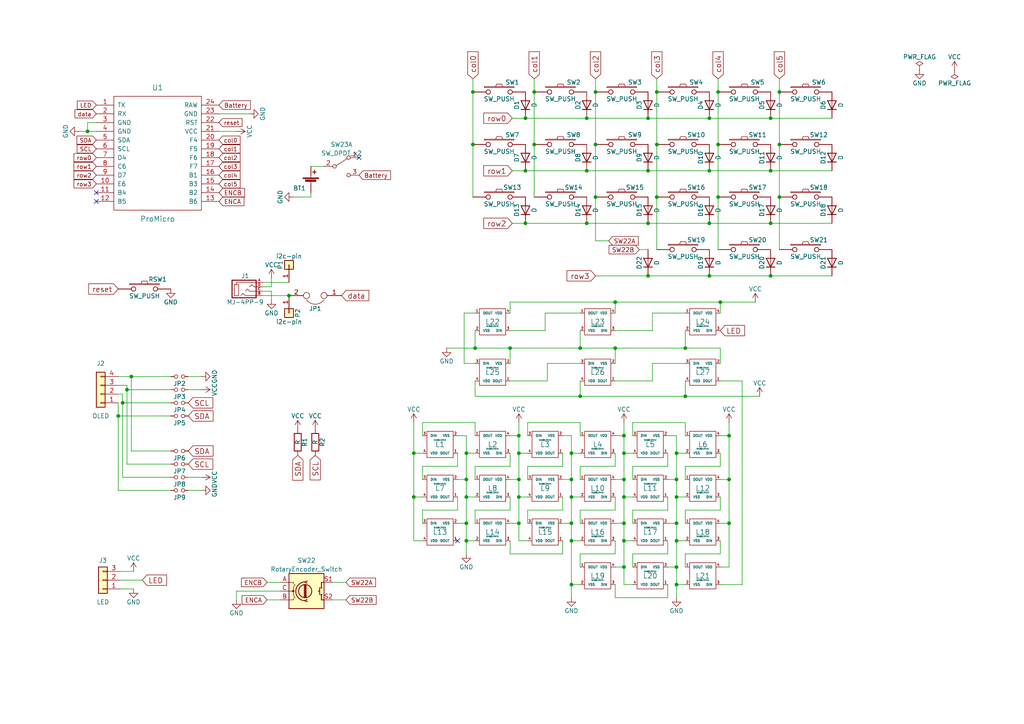
<source format=kicad_sch>
(kicad_sch (version 20230121) (generator eeschema)
  (paper "A4")
  (title_block (title "Corne Cherry") (date "2018-08-25") (rev "2.0") (company "foostan"))
  (lib_symbols
    (symbol "Connector_Generic:Conn_01x01" (pin_names (offset 1.016) hide)
      (property "Reference" "J" (at 0 2.54 0))
      (property "Value" "Conn_01x01" (at 0 -2.54 0))
      (symbol "Conn_01x01_1_1"
        (pin passive line (at -5.08 0 0) (length 3.81) (name "Pin_1") (number "1"))
      )
    )
    (symbol "Connector_Generic:Conn_01x03" (pin_names (offset 1.016) hide)
      (property "Reference" "J" (at 0 5.08 0))
      (property "Value" "Conn_01x03" (at 0 -5.08 0))
      (symbol "Conn_01x03_1_1"
        (pin passive line (at -5.08 2.54 0) (length 3.81) (name "Pin_1") (number "1"))
        (pin passive line (at -5.08 0 0) (length 3.81) (name "Pin_2") (number "2"))
        (pin passive line (at -5.08 -2.54 0) (length 3.81) (name "Pin_3") (number "3"))
      )
    )
    (symbol "Connector_Generic:Conn_01x04" (pin_names (offset 1.016) hide)
      (property "Reference" "J" (at 0 5.08 0))
      (property "Value" "Conn_01x04" (at 0 -7.62 0))
      (symbol "Conn_01x04_1_1"
        (pin passive line (at -5.08 2.54 0) (length 3.81) (name "Pin_1") (number "1"))
        (pin passive line (at -5.08 0 0) (length 3.81) (name "Pin_2") (number "2"))
        (pin passive line (at -5.08 -2.54 0) (length 3.81) (name "Pin_3") (number "3"))
        (pin passive line (at -5.08 -5.08 0) (length 3.81) (name "Pin_4") (number "4"))
      )
    )
    (symbol "Device:Battery_Cell" (pin_numbers hide) (pin_names (offset 0) hide)
      (property "Reference" "BT" (at 2.54 2.54 0))
      (property "Value" "Battery_Cell" (at 2.54 0 0))
      (symbol "Battery_Cell_1_1"
        (pin passive line (at 0 5.08 270) (length 2.54) (name "+") (number "1"))
        (pin passive line (at 0 -2.54 90) (length 2.54) (name "-") (number "2"))
      )
    )
    (symbol "Device:D" (pin_numbers hide) (pin_names (offset 1.016) hide)
      (property "Reference" "D" (at 0 2.54 0))
      (property "Value" "D" (at 0 -2.54 0))
      (symbol "D_1_1"
        (pin passive line (at -3.81 0 0) (length 2.54) (name "K") (number "1"))
        (pin passive line (at 3.81 0 180) (length 2.54) (name "A") (number "2"))
      )
    )
    (symbol "Device:R" (pin_numbers hide) (pin_names (offset 0))
      (property "Reference" "R" (at 2.032 0 90))
      (property "Value" "R" (at 0 0 90))
      (symbol "R_1_1"
        (pin passive line (at 0 3.81 270) (length 1.27) (name "~") (number "1"))
        (pin passive line (at 0 -3.81 90) (length 1.27) (name "~") (number "2"))
      )
    )
    (symbol "Device:RotaryEncoder_Switch" (pin_names (offset 0.254) hide)
      (property "Reference" "SW" (at 0 6.604 0))
      (property "Value" "RotaryEncoder_Switch" (at 0 -6.604 0))
      (symbol "RotaryEncoder_Switch_1_1"
        (pin passive line (at -7.62 2.54 0) (length 2.54) (name "A") (number "A"))
        (pin passive line (at -7.62 -2.54 0) (length 2.54) (name "B") (number "B"))
        (pin passive line (at -7.62 0 0) (length 2.54) (name "C") (number "C"))
        (pin passive line (at 7.62 2.54 180) (length 2.54) (name "S1") (number "S1"))
        (pin passive line (at 7.62 -2.54 180) (length 2.54) (name "S2") (number "S2"))
      )
    )
    (symbol "Switch:SW_DPDT_x2" (pin_names (offset 0) hide)
      (property "Reference" "SW" (at 0 4.318 0))
      (property "Value" "SW_DPDT_x2" (at 0 -5.08 0))
      (symbol "SW_DPDT_x2_1_1"
        (pin passive line (at 5.08 2.54 180) (length 2.54) (name "A") (number "1"))
        (pin passive line (at -5.08 0 0) (length 2.54) (name "B") (number "2"))
        (pin passive line (at 5.08 -2.54 180) (length 2.54) (name "C") (number "3"))
      )
      (symbol "SW_DPDT_x2_2_1"
        (pin passive line (at 5.08 2.54 180) (length 2.54) (name "A") (number "4"))
        (pin passive line (at -5.08 0 0) (length 2.54) (name "B") (number "5"))
        (pin passive line (at 5.08 -2.54 180) (length 2.54) (name "C") (number "6"))
      )
    )
    (symbol "corne-cherry-rescue:Jumper-Device" (pin_names (offset 0.762) hide)
      (property "Reference" "JP" (at 0 3.81 0))
      (property "Value" "Device_Jumper" (at 0 -2.032 0))
      (symbol "Jumper-Device_0_1"
        (pin passive line (at -7.62 0 0) (length 4.191) (name "1") (number "1"))
        (pin passive line (at 7.62 0 180) (length 4.191) (name "2") (number "2"))
      )
    )
    (symbol "corne-cherry-rescue:Jumper_NO_Small-Device" (pin_numbers hide) (pin_names (offset 0.762) hide)
      (property "Reference" "JP" (at 0 2.032 0))
      (property "Value" "Device_Jumper_NO_Small" (at 0.254 -1.524 0))
      (symbol "Jumper_NO_Small-Device_0_1"
        (pin passive line (at -2.54 0 0) (length 1.016) (name "1") (number "1"))
        (pin passive line (at 2.54 0 180) (length 1.016) (name "2") (number "2"))
      )
    )
    (symbol "corne-cherry-rescue:MJ-4PP-9-kbd" (pin_names (offset 1.016))
      (property "Reference" "J" (at 0 3.81 0))
      (property "Value" "kbd_MJ-4PP-9" (at 0 -3.81 0))
      (symbol "MJ-4PP-9-kbd_1_1"
        (pin input line (at 5.08 1.905 180) (length 2.0066) (name "~") (number "A"))
        (pin input line (at 5.08 -1.905 180) (length 2.0066) (name "~") (number "B"))
        (pin input line (at 5.08 -0.635 180) (length 2.0066) (name "~") (number "C"))
        (pin input line (at 5.08 0.635 180) (length 2.0066) (name "~") (number "D"))
      )
    )
    (symbol "corne-cherry-rescue:ProMicro-kbd" (pin_names (offset 1.016))
      (property "Reference" "U" (at 0 24.13 0))
      (property "Value" "ProMicro-kbd" (at 0 -13.97 0))
      (symbol "ProMicro-kbd_1_1"
        (pin bidirectional line (at -17.78 19.05 0) (length 5.08) (name "TX") (number "1"))
        (pin bidirectional line (at -17.78 -3.81 0) (length 5.08) (name "E6") (number "10"))
        (pin bidirectional line (at -17.78 -6.35 0) (length 5.08) (name "B4") (number "11"))
        (pin bidirectional line (at -17.78 -8.89 0) (length 5.08) (name "B5") (number "12"))
        (pin bidirectional line (at 17.78 -8.89 180) (length 5.08) (name "B6") (number "13"))
        (pin bidirectional line (at 17.78 -6.35 180) (length 5.08) (name "B2") (number "14"))
        (pin bidirectional line (at 17.78 -3.81 180) (length 5.08) (name "B3") (number "15"))
        (pin bidirectional line (at 17.78 -1.27 180) (length 5.08) (name "B1") (number "16"))
        (pin bidirectional line (at 17.78 1.27 180) (length 5.08) (name "F7") (number "17"))
        (pin bidirectional line (at 17.78 3.81 180) (length 5.08) (name "F6") (number "18"))
        (pin bidirectional line (at 17.78 6.35 180) (length 5.08) (name "F5") (number "19"))
        (pin bidirectional line (at -17.78 16.51 0) (length 5.08) (name "RX") (number "2"))
        (pin bidirectional line (at 17.78 8.89 180) (length 5.08) (name "F4") (number "20"))
        (pin power_in line (at 17.78 11.43 180) (length 5.08) (name "VCC") (number "21"))
        (pin input line (at 17.78 13.97 180) (length 5.08) (name "RST") (number "22"))
        (pin power_in line (at 17.78 16.51 180) (length 5.08) (name "GND") (number "23"))
        (pin power_out line (at 17.78 19.05 180) (length 5.08) (name "RAW") (number "24"))
        (pin power_in line (at -17.78 13.97 0) (length 5.08) (name "GND") (number "3"))
        (pin power_in line (at -17.78 11.43 0) (length 5.08) (name "GND") (number "4"))
        (pin bidirectional line (at -17.78 8.89 0) (length 5.08) (name "SDA") (number "5"))
        (pin bidirectional line (at -17.78 6.35 0) (length 5.08) (name "SCL") (number "6"))
        (pin bidirectional line (at -17.78 3.81 0) (length 5.08) (name "D4") (number "7"))
        (pin bidirectional line (at -17.78 1.27 0) (length 5.08) (name "C6") (number "8"))
        (pin bidirectional line (at -17.78 -1.27 0) (length 5.08) (name "D7") (number "9"))
      )
    )
    (symbol "corne-cherry-rescue:SK6812MINI-kbd" (pin_names (offset 1.016))
      (property "Reference" "L" (at 0 0 0))
      (property "Value" "kbd_SK6812MINI" (at 0 -1.27 0))
      (symbol "SK6812MINI-kbd_1_1"
        (pin output line (at -5.08 2.54 0) (length 1.1938) (name "DOUT") (number "1"))
        (pin power_in line (at -5.08 -2.54 0) (length 1.1938) (name "VSS") (number "2"))
        (pin input line (at 5.08 -2.54 180) (length 1.1938) (name "DIN") (number "3"))
        (pin power_in line (at 5.08 2.54 180) (length 1.1938) (name "VDD") (number "4"))
      )
    )
    (symbol "corne-cherry-rescue:SW_PUSH-kbd" (pin_numbers hide) (pin_names (offset 1.016) hide)
      (property "Reference" "SW" (at 3.81 2.794 0))
      (property "Value" "kbd_SW_PUSH" (at 0 -2.032 0))
      (symbol "SW_PUSH-kbd_0_1"
        (pin passive inverted (at -7.62 0 0) (length 5.08) (name "1") (number "1"))
        (pin passive inverted (at 7.62 0 180) (length 5.08) (name "2") (number "2"))
      )
    )
    (symbol "power:GND" (power) (pin_names (offset 0))
      (property "Value" "GND" (at 0 -3.81 0))
      (symbol "GND_1_1"
        (pin power_in line (at 0 0 270) (length 0) hide (name "GND") (number "1"))
      )
    )
    (symbol "power:PWR_FLAG" (power) (pin_numbers hide) (pin_names (offset 0) hide)
      (property "Value" "PWR_FLAG" (at 0 3.81 0))
      (symbol "PWR_FLAG_0_0"
        (pin power_out line (at 0 0 90) (length 0) (name "pwr") (number "1"))
      )
    )
    (symbol "power:VCC" (power) (pin_names (offset 0))
      (property "Value" "VCC" (at 0 3.81 0))
      (symbol "VCC_1_1"
        (pin power_in line (at 0 0 90) (length 0) hide (name "VCC") (number "1"))
      )
    )
  )
  (junction (at 190.5 26.67))
  (junction (at 168.275 114.935))
  (junction (at 196.215 131.445))
  (junction (at 25.4 38.1))
  (junction (at 152.4 49.53))
  (junction (at 137.795 100.965))
  (junction (at 196.215 156.845))
  (junction (at 180.975 151.765))
  (junction (at 205.74 34.29))
  (junction (at 187.96 34.29))
  (junction (at 208.28 41.91))
  (junction (at 152.4 64.77))
  (junction (at 211.455 139.065))
  (junction (at 205.74 80.01))
  (junction (at 135.255 144.145))
  (junction (at 226.06 57.15))
  (junction (at 120.015 131.445))
  (junction (at 170.18 64.77))
  (junction (at 223.52 80.01))
  (junction (at 196.215 151.765))
  (junction (at 165.735 169.545))
  (junction (at 208.28 57.15))
  (junction (at 198.755 100.965))
  (junction (at 165.735 151.765))
  (junction (at 154.94 26.67))
  (junction (at 180.975 126.365))
  (junction (at 208.28 26.67))
  (junction (at 168.275 100.965))
  (junction (at 180.975 144.145))
  (junction (at 165.735 156.845))
  (junction (at 223.52 34.29))
  (junction (at 172.72 26.67))
  (junction (at 165.735 131.445))
  (junction (at 170.18 49.53))
  (junction (at 211.455 151.765))
  (junction (at 137.16 26.67))
  (junction (at 170.18 34.29))
  (junction (at 205.74 49.53))
  (junction (at 196.215 139.065))
  (junction (at 196.215 164.465))
  (junction (at 180.975 164.465))
  (junction (at 190.5 41.91))
  (junction (at 187.96 64.77))
  (junction (at 150.495 126.365))
  (junction (at 223.52 64.77))
  (junction (at 190.5 57.15))
  (junction (at 180.975 156.845))
  (junction (at 135.255 139.065))
  (junction (at 135.255 151.765))
  (junction (at 180.975 139.065))
  (junction (at 223.52 49.53))
  (junction (at 196.215 144.145))
  (junction (at 172.72 41.91))
  (junction (at 120.015 144.145))
  (junction (at 147.955 100.965))
  (junction (at 137.16 41.91))
  (junction (at 36.83 113.03))
  (junction (at 226.06 41.91))
  (junction (at 165.735 139.065))
  (junction (at 150.495 131.445))
  (junction (at 150.495 144.145))
  (junction (at 205.74 64.77))
  (junction (at 178.435 87.63))
  (junction (at 135.255 131.445))
  (junction (at 150.495 151.765))
  (junction (at 211.455 126.365))
  (junction (at 34.29 120.65))
  (junction (at 196.215 169.545))
  (junction (at 208.915 87.63))
  (junction (at 172.72 57.15))
  (junction (at 135.255 156.845))
  (junction (at 187.96 49.53))
  (junction (at 150.495 139.065))
  (junction (at 154.94 41.91))
  (junction (at 178.435 100.965))
  (junction (at 198.755 114.935))
  (junction (at 35.56 116.84))
  (junction (at 38.1 109.22))
  (junction (at 83.82 85.725))
  (junction (at 226.06 26.67))
  (junction (at 165.735 144.145))
  (junction (at 187.96 80.01))
  (junction (at 152.4 34.29))
  (junction (at 180.975 131.445))
  (no_connect (at 132.715 156.845))
  (no_connect (at 27.94 55.88))
  (no_connect (at 27.94 58.42))
  (no_connect (at 104.14 45.72))
  (wire (pts (xy 147.955 151.765) (xy 150.495 151.765)))
  (wire (pts (xy 153.035 139.065) (xy 153.035 135.255)))
  (wire (pts (xy 165.735 139.065) (xy 165.735 144.145)))
  (wire (pts (xy 38.1 109.22) (xy 38.1 130.81)))
  (wire (pts (xy 137.795 95.885) (xy 137.795 100.965)))
  (wire (pts (xy 180.975 144.145) (xy 183.515 144.145)))
  (wire (pts (xy 153.035 144.145) (xy 150.495 144.145)))
  (wire (pts (xy 211.455 151.765) (xy 211.455 164.465)))
  (wire (pts (xy 122.555 135.255) (xy 132.715 135.255)))
  (wire (pts (xy 85.09 57.15) (xy 90.17 57.15)))
  (wire (pts (xy 154.94 41.91) (xy 154.94 57.15)))
  (wire (pts (xy 153.035 131.445) (xy 150.495 131.445)))
  (wire (pts (xy 226.06 22.86) (xy 226.06 26.67)))
  (wire (pts (xy 198.755 147.955) (xy 208.915 147.955)))
  (wire (pts (xy 77.47 168.91) (xy 81.28 168.91)))
  (wire (pts (xy 76.2 84.455) (xy 78.74 84.455)))
  (wire (pts (xy 120.015 156.845) (xy 122.555 156.845)))
  (wire (pts (xy 172.72 22.86) (xy 172.72 26.67)))
  (wire (pts (xy 208.28 26.67) (xy 208.28 41.91)))
  (wire (pts (xy 132.715 135.255) (xy 132.715 131.445)))
  (wire (pts (xy 198.755 126.365) (xy 198.755 122.555)))
  (wire (pts (xy 178.435 126.365) (xy 180.975 126.365)))
  (wire (pts (xy 163.195 151.765) (xy 165.735 151.765)))
  (wire (pts (xy 168.275 160.655) (xy 178.435 160.655)))
  (wire (pts (xy 178.435 151.765) (xy 180.975 151.765)))
  (wire (pts (xy 178.435 139.065) (xy 180.975 139.065)))
  (wire (pts (xy 120.015 131.445) (xy 120.015 144.145)))
  (wire (pts (xy 168.275 131.445) (xy 165.735 131.445)))
  (wire (pts (xy 198.755 156.845) (xy 196.215 156.845)))
  (wire (pts (xy 147.955 160.655) (xy 147.955 156.845)))
  (wire (pts (xy 178.435 105.41) (xy 178.435 100.965)))
  (wire (pts (xy 34.29 114.3) (xy 35.56 114.3)))
  (wire (pts (xy 196.215 126.365) (xy 196.215 131.445)))
  (wire (pts (xy 150.495 139.065) (xy 150.495 144.145)))
  (wire (pts (xy 122.555 151.765) (xy 122.555 147.955)))
  (wire (pts (xy 193.675 173.355) (xy 178.435 173.355)))
  (wire (pts (xy 137.795 139.065) (xy 137.795 135.255)))
  (wire (pts (xy 122.555 131.445) (xy 120.015 131.445)))
  (wire (pts (xy 193.675 169.545) (xy 193.675 173.355)))
  (wire (pts (xy 165.735 151.765) (xy 165.735 156.845)))
  (wire (pts (xy 223.52 80.01) (xy 241.3 80.01)))
  (wire (pts (xy 96.52 168.91) (xy 100.33 168.91)))
  (wire (pts (xy 132.715 126.365) (xy 135.255 126.365)))
  (wire (pts (xy 137.795 156.845) (xy 135.255 156.845)))
  (wire (pts (xy 49.53 120.65) (xy 34.29 120.65)))
  (wire (pts (xy 34.925 170.815) (xy 38.735 170.815)))
  (wire (pts (xy 168.275 122.555) (xy 153.035 122.555)))
  (wire (pts (xy 122.555 139.065) (xy 122.555 135.255)))
  (wire (pts (xy 90.17 57.15) (xy 90.17 55.88)))
  (wire (pts (xy 183.515 135.255) (xy 193.675 135.255)))
  (wire (pts (xy 150.495 122.555) (xy 150.495 126.365)))
  (wire (pts (xy 168.275 147.955) (xy 178.435 147.955)))
  (wire (pts (xy 226.06 41.91) (xy 226.06 57.15)))
  (wire (pts (xy 223.52 49.53) (xy 241.3 49.53)))
  (wire (pts (xy 183.515 122.555) (xy 183.515 126.365)))
  (wire (pts (xy 180.975 169.545) (xy 183.515 169.545)))
  (wire (pts (xy 147.955 87.63) (xy 178.435 87.63)))
  (wire (pts (xy 68.58 173.99) (xy 68.58 171.45)))
  (wire (pts (xy 193.675 126.365) (xy 196.215 126.365)))
  (wire (pts (xy 137.795 126.365) (xy 137.795 122.555)))
  (wire (pts (xy 180.975 131.445) (xy 183.515 131.445)))
  (wire (pts (xy 137.795 114.935) (xy 168.275 114.935)))
  (wire (pts (xy 153.035 135.255) (xy 163.195 135.255)))
  (wire (pts (xy 137.16 41.91) (xy 137.16 57.15)))
  (wire (pts (xy 168.275 95.885) (xy 168.275 100.965)))
  (wire (pts (xy 122.555 122.555) (xy 122.555 126.365)))
  (wire (pts (xy 198.755 160.655) (xy 208.915 160.655)))
  (wire (pts (xy 172.72 26.67) (xy 172.72 41.91)))
  (wire (pts (xy 172.72 41.91) (xy 172.72 57.15)))
  (wire (pts (xy 135.255 156.845) (xy 135.255 160.655)))
  (wire (pts (xy 153.035 151.765) (xy 153.035 147.955)))
  (wire (pts (xy 180.975 156.845) (xy 180.975 164.465)))
  (wire (pts (xy 208.915 135.255) (xy 208.915 131.445)))
  (wire (pts (xy 135.255 144.145) (xy 135.255 151.765)))
  (wire (pts (xy 180.975 151.765) (xy 180.975 156.845)))
  (wire (pts (xy 189.23 110.49) (xy 189.23 105.41)))
  (wire (pts (xy 183.515 147.955) (xy 193.675 147.955)))
  (wire (pts (xy 122.555 147.955) (xy 132.715 147.955)))
  (wire (pts (xy 168.275 169.545) (xy 165.735 169.545)))
  (wire (pts (xy 163.195 156.845) (xy 163.195 160.655)))
  (wire (pts (xy 63.5 38.1) (xy 68.58 38.1)))
  (wire (pts (xy 208.915 151.765) (xy 211.455 151.765)))
  (wire (pts (xy 205.74 49.53) (xy 223.52 49.53)))
  (wire (pts (xy 196.215 156.845) (xy 196.215 164.465)))
  (wire (pts (xy 198.755 151.765) (xy 198.755 147.955)))
  (wire (pts (xy 198.755 90.805) (xy 189.23 90.805)))
  (wire (pts (xy 158.115 95.885) (xy 147.955 95.885)))
  (wire (pts (xy 54.61 109.22) (xy 58.42 109.22)))
  (wire (pts (xy 163.195 139.065) (xy 165.735 139.065)))
  (wire (pts (xy 196.215 144.145) (xy 196.215 151.765)))
  (wire (pts (xy 208.915 100.965) (xy 208.915 105.41)))
  (wire (pts (xy 193.675 164.465) (xy 196.215 164.465)))
  (wire (pts (xy 78.74 84.455) (xy 78.74 86.995)))
  (wire (pts (xy 27.94 35.56) (xy 25.4 35.56)))
  (wire (pts (xy 208.28 57.15) (xy 208.28 72.39)))
  (wire (pts (xy 198.755 139.065) (xy 198.755 135.255)))
  (wire (pts (xy 25.4 35.56) (xy 25.4 38.1)))
  (wire (pts (xy 168.275 156.845) (xy 165.735 156.845)))
  (wire (pts (xy 134.62 105.41) (xy 137.795 105.41)))
  (wire (pts (xy 187.96 80.01) (xy 205.74 80.01)))
  (wire (pts (xy 208.915 139.065) (xy 211.455 139.065)))
  (wire (pts (xy 193.675 147.955) (xy 193.675 144.145)))
  (wire (pts (xy 178.435 87.63) (xy 208.915 87.63)))
  (wire (pts (xy 178.435 90.805) (xy 178.435 87.63)))
  (wire (pts (xy 208.915 87.63) (xy 219.075 87.63)))
  (wire (pts (xy 168.275 126.365) (xy 168.275 122.555)))
  (wire (pts (xy 190.5 26.67) (xy 190.5 41.91)))
  (wire (pts (xy 34.925 168.275) (xy 41.275 168.275)))
  (wire (pts (xy 158.75 105.41) (xy 168.275 105.41)))
  (wire (pts (xy 198.755 114.935) (xy 220.345 114.935)))
  (wire (pts (xy 54.61 142.24) (xy 58.42 142.24)))
  (wire (pts (xy 198.755 135.255) (xy 208.915 135.255)))
  (wire (pts (xy 120.015 122.555) (xy 120.015 131.445)))
  (wire (pts (xy 198.755 169.545) (xy 196.215 169.545)))
  (wire (pts (xy 187.96 49.53) (xy 205.74 49.53)))
  (wire (pts (xy 183.515 139.065) (xy 183.515 135.255)))
  (wire (pts (xy 180.975 139.065) (xy 180.975 144.145)))
  (wire (pts (xy 178.435 135.255) (xy 178.435 131.445)))
  (wire (pts (xy 147.955 139.065) (xy 150.495 139.065)))
  (wire (pts (xy 198.755 122.555) (xy 183.515 122.555)))
  (wire (pts (xy 36.83 113.03) (xy 36.83 134.62)))
  (wire (pts (xy 49.53 116.84) (xy 35.56 116.84)))
  (wire (pts (xy 190.5 41.91) (xy 190.5 57.15)))
  (wire (pts (xy 208.915 90.805) (xy 208.915 87.63)))
  (wire (pts (xy 183.515 164.465) (xy 183.515 160.655)))
  (wire (pts (xy 198.755 95.885) (xy 198.755 100.965)))
  (wire (pts (xy 163.195 160.655) (xy 147.955 160.655)))
  (wire (pts (xy 148.59 49.53) (xy 152.4 49.53)))
  (wire (pts (xy 168.275 144.145) (xy 165.735 144.145)))
  (wire (pts (xy 36.83 111.76) (xy 36.83 113.03)))
  (wire (pts (xy 172.72 80.01) (xy 187.96 80.01)))
  (wire (pts (xy 168.275 164.465) (xy 168.275 160.655)))
  (wire (pts (xy 132.715 151.765) (xy 135.255 151.765)))
  (wire (pts (xy 180.975 164.465) (xy 180.975 169.545)))
  (wire (pts (xy 165.735 131.445) (xy 165.735 139.065)))
  (wire (pts (xy 211.455 122.555) (xy 211.455 126.365)))
  (wire (pts (xy 168.275 139.065) (xy 168.275 135.255)))
  (wire (pts (xy 196.215 151.765) (xy 196.215 156.845)))
  (wire (pts (xy 35.56 138.43) (xy 49.53 138.43)))
  (wire (pts (xy 183.515 151.765) (xy 183.515 147.955)))
  (wire (pts (xy 154.94 26.67) (xy 154.94 41.91)))
  (wire (pts (xy 170.18 64.77) (xy 187.96 64.77)))
  (wire (pts (xy 76.2 81.915) (xy 83.82 81.915)))
  (wire (pts (xy 168.275 90.805) (xy 158.115 90.805)))
  (wire (pts (xy 137.795 122.555) (xy 122.555 122.555)))
  (wire (pts (xy 35.56 114.3) (xy 35.56 116.84)))
  (wire (pts (xy 165.735 156.845) (xy 165.735 169.545)))
  (wire (pts (xy 150.495 131.445) (xy 150.495 139.065)))
  (wire (pts (xy 168.275 135.255) (xy 178.435 135.255)))
  (wire (pts (xy 129.54 100.965) (xy 137.795 100.965)))
  (wire (pts (xy 54.61 113.03) (xy 58.42 113.03)))
  (wire (pts (xy 223.52 34.29) (xy 241.3 34.29)))
  (wire (pts (xy 135.255 131.445) (xy 135.255 139.065)))
  (wire (pts (xy 34.29 116.84) (xy 34.29 120.65)))
  (wire (pts (xy 163.195 135.255) (xy 163.195 131.445)))
  (wire (pts (xy 180.975 156.845) (xy 183.515 156.845)))
  (wire (pts (xy 137.16 26.67) (xy 137.16 41.91)))
  (wire (pts (xy 77.47 173.99) (xy 81.28 173.99)))
  (wire (pts (xy 147.955 126.365) (xy 150.495 126.365)))
  (wire (pts (xy 208.915 126.365) (xy 211.455 126.365)))
  (wire (pts (xy 137.795 144.145) (xy 135.255 144.145)))
  (wire (pts (xy 34.29 111.76) (xy 36.83 111.76)))
  (wire (pts (xy 132.715 147.955) (xy 132.715 144.145)))
  (wire (pts (xy 135.255 126.365) (xy 135.255 131.445)))
  (wire (pts (xy 205.74 34.29) (xy 223.52 34.29)))
  (wire (pts (xy 178.435 164.465) (xy 180.975 164.465)))
  (wire (pts (xy 215.265 169.545) (xy 208.915 169.545)))
  (wire (pts (xy 205.74 80.01) (xy 223.52 80.01)))
  (wire (pts (xy 36.83 134.62) (xy 49.53 134.62)))
  (wire (pts (xy 147.955 147.955) (xy 147.955 144.145)))
  (wire (pts (xy 172.72 69.85) (xy 176.53 69.85)))
  (wire (pts (xy 148.59 64.77) (xy 152.4 64.77)))
  (wire (pts (xy 193.675 160.655) (xy 193.675 156.845)))
  (wire (pts (xy 178.435 100.965) (xy 198.755 100.965)))
  (wire (pts (xy 137.795 90.805) (xy 134.62 90.805)))
  (wire (pts (xy 211.455 164.465) (xy 208.915 164.465)))
  (wire (pts (xy 193.675 139.065) (xy 196.215 139.065)))
  (wire (pts (xy 165.735 169.545) (xy 165.735 173.355)))
  (wire (pts (xy 198.755 110.49) (xy 198.755 114.935)))
  (wire (pts (xy 187.96 64.77) (xy 205.74 64.77)))
  (wire (pts (xy 211.455 139.065) (xy 211.455 151.765)))
  (wire (pts (xy 193.675 135.255) (xy 193.675 131.445)))
  (wire (pts (xy 170.18 34.29) (xy 187.96 34.29)))
  (wire (pts (xy 163.195 147.955) (xy 163.195 144.145)))
  (wire (pts (xy 137.795 147.955) (xy 147.955 147.955)))
  (wire (pts (xy 34.29 142.24) (xy 49.53 142.24)))
  (wire (pts (xy 180.975 126.365) (xy 180.975 131.445)))
  (wire (pts (xy 196.215 139.065) (xy 196.215 144.145)))
  (wire (pts (xy 154.94 22.86) (xy 154.94 26.67)))
  (wire (pts (xy 120.015 144.145) (xy 120.015 156.845)))
  (wire (pts (xy 198.755 164.465) (xy 198.755 160.655)))
  (wire (pts (xy 158.115 90.805) (xy 158.115 95.885)))
  (wire (pts (xy 147.955 135.255) (xy 147.955 131.445)))
  (wire (pts (xy 198.755 131.445) (xy 196.215 131.445)))
  (wire (pts (xy 208.28 22.86) (xy 208.28 26.67)))
  (wire (pts (xy 150.495 151.765) (xy 150.495 156.845)))
  (wire (pts (xy 147.955 110.49) (xy 158.75 110.49)))
  (wire (pts (xy 158.75 110.49) (xy 158.75 105.41)))
  (wire (pts (xy 170.18 49.53) (xy 187.96 49.53)))
  (wire (pts (xy 150.495 156.845) (xy 153.035 156.845)))
  (wire (pts (xy 153.035 122.555) (xy 153.035 126.365)))
  (wire (pts (xy 135.255 139.065) (xy 135.255 144.145)))
  (wire (pts (xy 34.925 165.735) (xy 38.735 165.735)))
  (wire (pts (xy 198.755 100.965) (xy 208.915 100.965)))
  (wire (pts (xy 150.495 144.145) (xy 150.495 151.765)))
  (wire (pts (xy 78.74 83.185) (xy 78.74 80.645)))
  (wire (pts (xy 165.735 144.145) (xy 165.735 151.765)))
  (wire (pts (xy 137.795 131.445) (xy 135.255 131.445)))
  (wire (pts (xy 34.29 120.65) (xy 34.29 142.24)))
  (wire (pts (xy 168.275 114.935) (xy 198.755 114.935)))
  (wire (pts (xy 54.61 138.43) (xy 58.42 138.43)))
  (wire (pts (xy 38.1 130.81) (xy 49.53 130.81)))
  (wire (pts (xy 178.435 147.955) (xy 178.435 144.145)))
  (wire (pts (xy 152.4 34.29) (xy 170.18 34.29)))
  (wire (pts (xy 96.52 173.99) (xy 100.33 173.99)))
  (wire (pts (xy 137.795 151.765) (xy 137.795 147.955)))
  (wire (pts (xy 180.975 122.555) (xy 180.975 126.365)))
  (wire (pts (xy 190.5 22.86) (xy 190.5 26.67)))
  (wire (pts (xy 196.215 131.445) (xy 196.215 139.065)))
  (wire (pts (xy 190.5 57.15) (xy 190.5 72.39)))
  (wire (pts (xy 205.74 64.77) (xy 223.52 64.77)))
  (wire (pts (xy 163.195 126.365) (xy 165.735 126.365)))
  (wire (pts (xy 178.435 160.655) (xy 178.435 156.845)))
  (wire (pts (xy 223.52 64.77) (xy 241.3 64.77)))
  (wire (pts (xy 196.215 164.465) (xy 196.215 169.545)))
  (wire (pts (xy 196.215 169.545) (xy 196.215 173.355)))
  (wire (pts (xy 68.58 171.45) (xy 81.28 171.45)))
  (wire (pts (xy 189.23 95.885) (xy 178.435 95.885)))
  (wire (pts (xy 187.96 34.29) (xy 205.74 34.29)))
  (wire (pts (xy 76.2 83.185) (xy 78.74 83.185)))
  (wire (pts (xy 180.975 144.145) (xy 180.975 151.765)))
  (wire (pts (xy 90.17 48.26) (xy 93.98 48.26)))
  (wire (pts (xy 34.29 109.22) (xy 38.1 109.22)))
  (wire (pts (xy 137.795 100.965) (xy 147.955 100.965)))
  (wire (pts (xy 180.975 131.445) (xy 180.975 139.065)))
  (wire (pts (xy 172.72 69.85) (xy 172.72 57.15)))
  (wire (pts (xy 38.1 109.22) (xy 49.53 109.22)))
  (wire (pts (xy 63.5 33.02) (xy 72.39 33.02)))
  (wire (pts (xy 137.795 135.255) (xy 147.955 135.255)))
  (wire (pts (xy 189.23 90.805) (xy 189.23 95.885)))
  (wire (pts (xy 189.23 105.41) (xy 198.755 105.41)))
  (wire (pts (xy 132.715 139.065) (xy 135.255 139.065)))
  (wire (pts (xy 198.755 144.145) (xy 196.215 144.145)))
  (wire (pts (xy 165.735 126.365) (xy 165.735 131.445)))
  (wire (pts (xy 168.275 110.49) (xy 168.275 114.935)))
  (wire (pts (xy 168.275 100.965) (xy 178.435 100.965)))
  (wire (pts (xy 153.035 147.955) (xy 163.195 147.955)))
  (wire (pts (xy 178.435 173.355) (xy 178.435 169.545)))
  (wire (pts (xy 122.555 144.145) (xy 120.015 144.145)))
  (wire (pts (xy 168.275 151.765) (xy 168.275 147.955)))
  (wire (pts (xy 25.4 38.1) (xy 27.94 38.1)))
  (wire (pts (xy 226.06 57.15) (xy 226.06 72.39)))
  (wire (pts (xy 35.56 116.84) (xy 35.56 138.43)))
  (wire (pts (xy 147.955 90.805) (xy 147.955 87.63)))
  (wire (pts (xy 208.28 41.91) (xy 208.28 57.15)))
  (wire (pts (xy 22.86 38.1) (xy 25.4 38.1)))
  (wire (pts (xy 193.675 151.765) (xy 196.215 151.765)))
  (wire (pts (xy 148.59 34.29) (xy 152.4 34.29)))
  (wire (pts (xy 208.915 160.655) (xy 208.915 156.845)))
  (wire (pts (xy 226.06 26.67) (xy 226.06 41.91)))
  (wire (pts (xy 208.915 110.49) (xy 215.265 110.49)))
  (wire (pts (xy 49.53 113.03) (xy 36.83 113.03)))
  (wire (pts (xy 150.495 126.365) (xy 150.495 131.445)))
  (wire (pts (xy 178.435 110.49) (xy 189.23 110.49)))
  (wire (pts (xy 137.795 110.49) (xy 137.795 114.935)))
  (wire (pts (xy 208.915 147.955) (xy 208.915 144.145)))
  (wire (pts (xy 135.255 151.765) (xy 135.255 156.845)))
  (wire (pts (xy 147.955 105.41) (xy 147.955 100.965)))
  (wire (pts (xy 152.4 49.53) (xy 170.18 49.53)))
  (wire (pts (xy 211.455 126.365) (xy 211.455 139.065)))
  (wire (pts (xy 76.2 85.725) (xy 83.82 85.725)))
  (wire (pts (xy 183.515 160.655) (xy 193.675 160.655)))
  (wire (pts (xy 134.62 90.805) (xy 134.62 105.41)))
  (wire (pts (xy 215.265 110.49) (xy 215.265 169.545)))
  (wire (pts (xy 147.955 100.965) (xy 168.275 100.965)))
  (wire (pts (xy 137.16 22.86) (xy 137.16 26.67)))
  (wire (pts (xy 152.4 64.77) (xy 170.18 64.77)))
  (wire (pts (xy 185.42 72.39) (xy 187.96 72.39)))
  (global_label "col3" (shape input) (at 190.5 22.86 90) (effects (font (size 1.524 1.524))) (property "Intersheetrefs" "${INTERSHEET_REFS}" (effects hide)))
  (global_label "col1" (shape input) (at 63.5 43.18 0) (effects (font (size 1.1938 1.1938))) (property "Intersheetrefs" "${INTERSHEET_REFS}" (effects hide)))
  (global_label "row3" (shape input) (at 172.72 80.01 180) (effects (font (size 1.524 1.524))) (property "Intersheetrefs" "${INTERSHEET_REFS}" (effects hide)))
  (global_label "ENCB" (shape input) (at 77.47 168.91 180) (property "Intersheetrefs" "${INTERSHEET_REFS}" (effects hide)))
  (global_label "SW22B" (shape input) (at 100.33 173.99 0) (property "Intersheetrefs" "${INTERSHEET_REFS}" (effects hide)))
  (global_label "SCL" (shape input) (at 27.94 43.18 180) (effects (font (size 1.1938 1.1938))) (property "Intersheetrefs" "${INTERSHEET_REFS}" (effects hide)))
  (global_label "col5" (shape input) (at 226.06 22.86 90) (effects (font (size 1.524 1.524))) (property "Intersheetrefs" "${INTERSHEET_REFS}" (effects hide)))
  (global_label "data" (shape input) (at 27.94 33.02 180) (effects (font (size 1.1938 1.1938))) (property "Intersheetrefs" "${INTERSHEET_REFS}" (effects hide)))
  (global_label "Battery" (shape input) (at 63.5 30.48 0) (property "Intersheetrefs" "${INTERSHEET_REFS}" (effects hide)))
  (global_label "SCL" (shape input) (at 54.61 116.84 0) (effects (font (size 1.524 1.524))) (property "Intersheetrefs" "${INTERSHEET_REFS}" (effects hide)))
  (global_label "ENCA" (shape input) (at 63.5 58.42 0) (property "Intersheetrefs" "${INTERSHEET_REFS}" (effects hide)))
  (global_label "ENCB" (shape input) (at 63.5 55.88 0) (property "Intersheetrefs" "${INTERSHEET_REFS}" (effects hide)))
  (global_label "SDA" (shape input) (at 86.36 132.08 270) (effects (font (size 1.524 1.524))) (property "Intersheetrefs" "${INTERSHEET_REFS}" (effects hide)))
  (global_label "col0" (shape input) (at 63.5 40.64 0) (effects (font (size 1.1938 1.1938))) (property "Intersheetrefs" "${INTERSHEET_REFS}" (effects hide)))
  (global_label "SDA" (shape input) (at 54.61 130.81 0) (effects (font (size 1.524 1.524))) (property "Intersheetrefs" "${INTERSHEET_REFS}" (effects hide)))
  (global_label "SDA" (shape input) (at 54.61 120.65 0) (effects (font (size 1.524 1.524))) (property "Intersheetrefs" "${INTERSHEET_REFS}" (effects hide)))
  (global_label "LED" (shape input) (at 208.915 95.885 0) (effects (font (size 1.524 1.524))) (property "Intersheetrefs" "${INTERSHEET_REFS}" (effects hide)))
  (global_label "row1" (shape input) (at 27.94 48.26 180) (effects (font (size 1.1938 1.1938))) (property "Intersheetrefs" "${INTERSHEET_REFS}" (effects hide)))
  (global_label "SW22A" (shape input) (at 100.33 168.91 0) (property "Intersheetrefs" "${INTERSHEET_REFS}" (effects hide)))
  (global_label "SDA" (shape input) (at 27.94 40.64 180) (effects (font (size 1.1938 1.1938))) (property "Intersheetrefs" "${INTERSHEET_REFS}" (effects hide)))
  (global_label "data" (shape input) (at 99.06 85.725 0) (effects (font (size 1.524 1.524))) (property "Intersheetrefs" "${INTERSHEET_REFS}" (effects hide)))
  (global_label "SW22B" (shape input) (at 185.42 72.39 180) (property "Intersheetrefs" "${INTERSHEET_REFS}" (effects hide)))
  (global_label "reset" (shape input) (at 34.29 83.82 180) (effects (font (size 1.524 1.524))) (property "Intersheetrefs" "${INTERSHEET_REFS}" (effects hide)))
  (global_label "LED" (shape input) (at 27.94 30.48 180) (effects (font (size 1.1938 1.1938))) (property "Intersheetrefs" "${INTERSHEET_REFS}" (effects hide)))
  (global_label "col5" (shape input) (at 63.5 53.34 0) (effects (font (size 1.1938 1.1938))) (property "Intersheetrefs" "${INTERSHEET_REFS}" (effects hide)))
  (global_label "col2" (shape input) (at 172.72 22.86 90) (effects (font (size 1.524 1.524))) (property "Intersheetrefs" "${INTERSHEET_REFS}" (effects hide)))
  (global_label "col0" (shape input) (at 137.16 22.86 90) (effects (font (size 1.524 1.524))) (property "Intersheetrefs" "${INTERSHEET_REFS}" (effects hide)))
  (global_label "Battery" (shape input) (at 104.14 50.8 0) (property "Intersheetrefs" "${INTERSHEET_REFS}" (effects hide)))
  (global_label "row2" (shape input) (at 148.59 64.77 180) (effects (font (size 1.524 1.524))) (property "Intersheetrefs" "${INTERSHEET_REFS}" (effects hide)))
  (global_label "SCL" (shape input) (at 91.44 132.08 270) (effects (font (size 1.524 1.524))) (property "Intersheetrefs" "${INTERSHEET_REFS}" (effects hide)))
  (global_label "col4" (shape input) (at 63.5 50.8 0) (effects (font (size 1.1938 1.1938))) (property "Intersheetrefs" "${INTERSHEET_REFS}" (effects hide)))
  (global_label "col4" (shape input) (at 208.28 22.86 90) (effects (font (size 1.524 1.524))) (property "Intersheetrefs" "${INTERSHEET_REFS}" (effects hide)))
  (global_label "LED" (shape input) (at 41.275 168.275 0) (effects (font (size 1.524 1.524))) (property "Intersheetrefs" "${INTERSHEET_REFS}" (effects hide)))
  (global_label "row0" (shape input) (at 148.59 34.29 180) (effects (font (size 1.524 1.524))) (property "Intersheetrefs" "${INTERSHEET_REFS}" (effects hide)))
  (global_label "row1" (shape input) (at 148.59 49.53 180) (effects (font (size 1.524 1.524))) (property "Intersheetrefs" "${INTERSHEET_REFS}" (effects hide)))
  (global_label "col3" (shape input) (at 63.5 48.26 0) (effects (font (size 1.1938 1.1938))) (property "Intersheetrefs" "${INTERSHEET_REFS}" (effects hide)))
  (global_label "col1" (shape input) (at 154.94 22.86 90) (effects (font (size 1.524 1.524))) (property "Intersheetrefs" "${INTERSHEET_REFS}" (effects hide)))
  (global_label "col2" (shape input) (at 63.5 45.72 0) (effects (font (size 1.1938 1.1938))) (property "Intersheetrefs" "${INTERSHEET_REFS}" (effects hide)))
  (global_label "ENCA" (shape input) (at 77.47 173.99 180) (property "Intersheetrefs" "${INTERSHEET_REFS}" (effects hide)))
  (global_label "row0" (shape input) (at 27.94 45.72 180) (effects (font (size 1.1938 1.1938))) (property "Intersheetrefs" "${INTERSHEET_REFS}" (effects hide)))
  (global_label "reset" (shape input) (at 63.5 35.56 0) (effects (font (size 1.1938 1.1938))) (property "Intersheetrefs" "${INTERSHEET_REFS}" (effects hide)))
  (global_label "SCL" (shape input) (at 54.61 134.62 0) (effects (font (size 1.524 1.524))) (property "Intersheetrefs" "${INTERSHEET_REFS}" (effects hide)))
  (global_label "SW22A" (shape input) (at 176.53 69.85 0) (property "Intersheetrefs" "${INTERSHEET_REFS}" (effects hide)))
  (global_label "row2" (shape input) (at 27.94 50.8 180) (effects (font (size 1.1938 1.1938))) (property "Intersheetrefs" "${INTERSHEET_REFS}" (effects hide)))
  (global_label "row3" (shape input) (at 27.94 53.34 180) (effects (font (size 1.1938 1.1938))) (property "Intersheetrefs" "${INTERSHEET_REFS}" (effects hide)))
  (symbol (lib_id "corne-cherry-rescue:ProMicro-kbd") (at 45.72 49.53 0) (unit 1)
    (property "Reference" "U1" (at 45.72 25.4 0) (effects (font (size 1.524 1.524))))
    (property "Value" "ProMicro" (at 45.72 63.5 0) (effects (font (size 1.524 1.524))))
    (property "Footprint" "kbd:ProMicro_v2" (effects hide))
  )
  (symbol (lib_id "corne-cherry-rescue:SW_PUSH-kbd") (at 162.56 26.67 0) (unit 1)
    (property "Reference" "SW2" (at 166.37 23.876 0))
    (property "Value" "SW_PUSH" (at 162.56 28.702 0))
    (property "Footprint" "kbd:MX_ALPS_PG1350_noLed" (effects hide))
  )
  (symbol (lib_id "Device:D") (at 170.18 30.48 90) (unit 1)
    (property "Reference" "D2" (at 167.64 30.48 0))
    (property "Value" "D" (at 172.72 30.48 0))
    (property "Footprint" "kbd:D3_TH_SMD" (effects hide))
  )
  (symbol (lib_id "corne-cherry-rescue:SW_PUSH-kbd") (at 180.34 26.67 0) (unit 1)
    (property "Reference" "SW3" (at 184.15 23.876 0))
    (property "Value" "SW_PUSH" (at 180.34 28.702 0))
    (property "Footprint" "kbd:MX_ALPS_PG1350_noLed" (effects hide))
  )
  (symbol (lib_id "Device:D") (at 187.96 30.48 90) (unit 1)
    (property "Reference" "D3" (at 185.42 30.48 0))
    (property "Value" "D" (at 190.5 30.48 0))
    (property "Footprint" "kbd:D3_TH_SMD" (effects hide))
  )
  (symbol (lib_id "corne-cherry-rescue:SW_PUSH-kbd") (at 198.12 26.67 0) (unit 1)
    (property "Reference" "SW4" (at 201.93 23.876 0))
    (property "Value" "SW_PUSH" (at 198.12 28.702 0))
    (property "Footprint" "kbd:MX_ALPS_PG1350_noLed" (effects hide))
  )
  (symbol (lib_id "corne-cherry-rescue:SW_PUSH-kbd") (at 215.9 26.67 0) (unit 1)
    (property "Reference" "SW5" (at 219.71 23.876 0))
    (property "Value" "SW_PUSH" (at 215.9 28.702 0))
    (property "Footprint" "kbd:MX_ALPS_PG1350_noLed" (effects hide))
  )
  (symbol (lib_id "corne-cherry-rescue:SW_PUSH-kbd") (at 233.68 26.67 0) (unit 1)
    (property "Reference" "SW6" (at 237.49 23.876 0))
    (property "Value" "SW_PUSH" (at 233.68 28.702 0))
    (property "Footprint" "kbd:MX_ALPS_PG1350_noLed" (effects hide))
  )
  (symbol (lib_id "Device:D") (at 205.74 30.48 90) (unit 1)
    (property "Reference" "D4" (at 203.2 30.48 0))
    (property "Value" "D" (at 208.28 30.48 0))
    (property "Footprint" "kbd:D3_TH_SMD" (effects hide))
  )
  (symbol (lib_id "Device:D") (at 223.52 30.48 90) (unit 1)
    (property "Reference" "D5" (at 220.98 30.48 0))
    (property "Value" "D" (at 226.06 30.48 0))
    (property "Footprint" "kbd:D3_TH_SMD" (effects hide))
  )
  (symbol (lib_id "Device:D") (at 241.3 30.48 90) (unit 1)
    (property "Reference" "D6" (at 238.76 30.48 0))
    (property "Value" "D" (at 243.84 30.48 0))
    (property "Footprint" "kbd:D3_TH_SMD" (effects hide))
  )
  (symbol (lib_id "corne-cherry-rescue:SW_PUSH-kbd") (at 144.78 26.67 0) (unit 1)
    (property "Reference" "SW1" (at 148.59 23.876 0))
    (property "Value" "SW_PUSH" (at 144.78 28.702 0))
    (property "Footprint" "kbd:MX_ALPS_PG1350_noLed" (effects hide))
  )
  (symbol (lib_id "Device:D") (at 152.4 30.48 90) (unit 1)
    (property "Reference" "D1" (at 149.86 30.48 0))
    (property "Value" "D" (at 154.94 30.48 0))
    (property "Footprint" "kbd:D3_TH_SMD" (effects hide))
  )
  (symbol (lib_id "corne-cherry-rescue:SW_PUSH-kbd") (at 162.56 41.91 0) (unit 1)
    (property "Reference" "SW8" (at 166.37 39.116 0))
    (property "Value" "SW_PUSH" (at 162.56 43.942 0))
    (property "Footprint" "kbd:MX_ALPS_PG1350_noLed" (effects hide))
  )
  (symbol (lib_id "Device:D") (at 170.18 45.72 90) (unit 1)
    (property "Reference" "D8" (at 167.64 45.72 0))
    (property "Value" "D" (at 172.72 45.72 0))
    (property "Footprint" "kbd:D3_TH_SMD" (effects hide))
  )
  (symbol (lib_id "corne-cherry-rescue:SW_PUSH-kbd") (at 180.34 41.91 0) (unit 1)
    (property "Reference" "SW9" (at 184.15 39.116 0))
    (property "Value" "SW_PUSH" (at 180.34 43.942 0))
    (property "Footprint" "kbd:MX_ALPS_PG1350_noLed" (effects hide))
  )
  (symbol (lib_id "Device:D") (at 187.96 45.72 90) (unit 1)
    (property "Reference" "D9" (at 185.42 45.72 0))
    (property "Value" "D" (at 190.5 45.72 0))
    (property "Footprint" "kbd:D3_TH_SMD" (effects hide))
  )
  (symbol (lib_id "corne-cherry-rescue:SW_PUSH-kbd") (at 198.12 41.91 0) (unit 1)
    (property "Reference" "SW10" (at 201.93 39.116 0))
    (property "Value" "SW_PUSH" (at 198.12 43.942 0))
    (property "Footprint" "kbd:MX_ALPS_PG1350_noLed" (effects hide))
  )
  (symbol (lib_id "corne-cherry-rescue:SW_PUSH-kbd") (at 215.9 41.91 0) (unit 1)
    (property "Reference" "SW11" (at 219.71 39.116 0))
    (property "Value" "SW_PUSH" (at 215.9 43.942 0))
    (property "Footprint" "kbd:MX_ALPS_PG1350_noLed" (effects hide))
  )
  (symbol (lib_id "corne-cherry-rescue:SW_PUSH-kbd") (at 233.68 41.91 0) (unit 1)
    (property "Reference" "SW12" (at 237.49 39.116 0))
    (property "Value" "SW_PUSH" (at 233.68 43.942 0))
    (property "Footprint" "kbd:MX_ALPS_PG1350_noLed" (effects hide))
  )
  (symbol (lib_id "Device:D") (at 205.74 45.72 90) (unit 1)
    (property "Reference" "D10" (at 203.2 45.72 0))
    (property "Value" "D" (at 208.28 45.72 0))
    (property "Footprint" "kbd:D3_TH_SMD" (effects hide))
  )
  (symbol (lib_id "Device:D") (at 223.52 45.72 90) (unit 1)
    (property "Reference" "D11" (at 220.98 45.72 0))
    (property "Value" "D" (at 226.06 45.72 0))
    (property "Footprint" "kbd:D3_TH_SMD" (effects hide))
  )
  (symbol (lib_id "Device:D") (at 241.3 45.72 90) (unit 1)
    (property "Reference" "D12" (at 238.76 45.72 0))
    (property "Value" "D" (at 243.84 45.72 0))
    (property "Footprint" "kbd:D3_TH_SMD" (effects hide))
  )
  (symbol (lib_id "corne-cherry-rescue:SW_PUSH-kbd") (at 144.78 41.91 0) (unit 1)
    (property "Reference" "SW7" (at 148.59 39.116 0))
    (property "Value" "SW_PUSH" (at 144.78 43.942 0))
    (property "Footprint" "kbd:MX_ALPS_PG1350_noLed" (effects hide))
  )
  (symbol (lib_id "Device:D") (at 152.4 45.72 90) (unit 1)
    (property "Reference" "D7" (at 149.86 45.72 0))
    (property "Value" "D" (at 154.94 45.72 0))
    (property "Footprint" "kbd:D3_TH_SMD" (effects hide))
  )
  (symbol (lib_id "corne-cherry-rescue:SW_PUSH-kbd") (at 162.56 57.15 0) (unit 1)
    (property "Reference" "SW14" (at 166.37 54.356 0))
    (property "Value" "SW_PUSH" (at 162.56 59.182 0))
    (property "Footprint" "kbd:MX_ALPS_PG1350_noLed" (effects hide))
  )
  (symbol (lib_id "Device:D") (at 170.18 60.96 90) (unit 1)
    (property "Reference" "D14" (at 167.64 60.96 0))
    (property "Value" "D" (at 172.72 60.96 0))
    (property "Footprint" "kbd:D3_TH_SMD" (effects hide))
  )
  (symbol (lib_id "corne-cherry-rescue:SW_PUSH-kbd") (at 180.34 57.15 0) (unit 1)
    (property "Reference" "SW15" (at 184.15 54.356 0))
    (property "Value" "SW_PUSH" (at 180.34 59.182 0))
    (property "Footprint" "kbd:MX_ALPS_PG1350_noLed" (effects hide))
  )
  (symbol (lib_id "Device:D") (at 187.96 60.96 90) (unit 1)
    (property "Reference" "D15" (at 185.42 60.96 0))
    (property "Value" "D" (at 190.5 60.96 0))
    (property "Footprint" "kbd:D3_TH_SMD" (effects hide))
  )
  (symbol (lib_id "corne-cherry-rescue:SW_PUSH-kbd") (at 198.12 57.15 0) (unit 1)
    (property "Reference" "SW16" (at 201.93 54.356 0))
    (property "Value" "SW_PUSH" (at 198.12 59.182 0))
    (property "Footprint" "kbd:MX_ALPS_PG1350_noLed" (effects hide))
  )
  (symbol (lib_id "corne-cherry-rescue:SW_PUSH-kbd") (at 215.9 57.15 0) (unit 1)
    (property "Reference" "SW17" (at 219.71 54.356 0))
    (property "Value" "SW_PUSH" (at 215.9 59.182 0))
    (property "Footprint" "kbd:MX_ALPS_PG1350_noLed" (effects hide))
  )
  (symbol (lib_id "corne-cherry-rescue:SW_PUSH-kbd") (at 233.68 57.15 0) (unit 1)
    (property "Reference" "SW18" (at 237.49 54.356 0))
    (property "Value" "SW_PUSH" (at 233.68 59.182 0))
    (property "Footprint" "kbd:MX_ALPS_PG1350_noLed" (effects hide))
  )
  (symbol (lib_id "Device:D") (at 205.74 60.96 90) (unit 1)
    (property "Reference" "D16" (at 203.2 60.96 0))
    (property "Value" "D" (at 208.28 60.96 0))
    (property "Footprint" "kbd:D3_TH_SMD" (effects hide))
  )
  (symbol (lib_id "Device:D") (at 223.52 60.96 90) (unit 1)
    (property "Reference" "D17" (at 220.98 60.96 0))
    (property "Value" "D" (at 226.06 60.96 0))
    (property "Footprint" "kbd:D3_TH_SMD" (effects hide))
  )
  (symbol (lib_id "Device:D") (at 241.3 60.96 90) (unit 1)
    (property "Reference" "D18" (at 238.76 60.96 0))
    (property "Value" "D" (at 243.84 60.96 0))
    (property "Footprint" "kbd:D3_TH_SMD" (effects hide))
  )
  (symbol (lib_id "corne-cherry-rescue:SW_PUSH-kbd") (at 144.78 57.15 0) (unit 1)
    (property "Reference" "SW13" (at 148.59 54.356 0))
    (property "Value" "SW_PUSH" (at 144.78 59.182 0))
    (property "Footprint" "kbd:MX_ALPS_PG1350_noLed" (effects hide))
  )
  (symbol (lib_id "Device:D") (at 152.4 60.96 90) (unit 1)
    (property "Reference" "D13" (at 149.86 60.96 0))
    (property "Value" "D" (at 154.94 60.96 0))
    (property "Footprint" "kbd:D3_TH_SMD" (effects hide))
  )
  (symbol (lib_id "corne-cherry-rescue:SW_PUSH-kbd") (at 215.9 72.39 0) (unit 1)
    (property "Reference" "SW20" (at 219.71 69.596 0))
    (property "Value" "SW_PUSH" (at 215.9 74.422 0))
    (property "Footprint" "kbd:MX_ALPS_PG1350_noLed" (effects hide))
  )
  (symbol (lib_id "Device:D") (at 223.52 76.2 90) (unit 1)
    (property "Reference" "D20" (at 220.98 76.2 0))
    (property "Value" "D" (at 226.06 76.2 0))
    (property "Footprint" "kbd:D3_TH_SMD" (effects hide))
  )
  (symbol (lib_id "corne-cherry-rescue:SW_PUSH-kbd") (at 233.68 72.39 0) (unit 1)
    (property "Reference" "SW21" (at 237.49 69.596 0))
    (property "Value" "SW_PUSH" (at 233.68 74.422 0))
    (property "Footprint" "kbd:MX_ALPS_PG1350_noLed_1.75u" (effects hide))
  )
  (symbol (lib_id "Device:D") (at 241.3 76.2 90) (unit 1)
    (property "Reference" "D21" (at 238.76 76.2 0))
    (property "Value" "D" (at 243.84 76.2 0))
    (property "Footprint" "kbd:D3_TH_SMD" (effects hide))
  )
  (symbol (lib_id "corne-cherry-rescue:SW_PUSH-kbd") (at 198.12 72.39 0) (unit 1)
    (property "Reference" "SW19" (at 201.93 69.596 0))
    (property "Value" "SW_PUSH" (at 198.12 74.422 0))
    (property "Footprint" "kbd:MX_ALPS_PG1350_noLed" (effects hide))
  )
  (symbol (lib_id "Device:D") (at 205.74 76.2 90) (unit 1)
    (property "Reference" "D19" (at 203.2 76.2 0))
    (property "Value" "D" (at 208.28 76.2 0))
    (property "Footprint" "kbd:D3_TH_SMD" (effects hide))
  )
  (symbol (lib_id "power:GND") (at 72.39 33.02 90) (unit 1)
    (property "Reference" "#PWR01" (effects hide))
    (property "Value" "GND" (at 76.2 33.02 0))
  )
  (symbol (lib_id "power:VCC") (at 68.58 38.1 270) (unit 1)
    (property "Reference" "#PWR023" (effects hide))
    (property "Value" "VCC" (at 72.39 38.1 0))
  )
  (symbol (lib_id "power:GND") (at 22.86 38.1 270) (unit 1)
    (property "Reference" "#PWR02" (effects hide))
    (property "Value" "GND" (at 19.05 38.1 0))
  )
  (symbol (lib_id "power:GND") (at 266.7 20.32 0) (unit 1)
    (property "Reference" "#PWR03" (effects hide))
    (property "Value" "GND" (at 266.7 24.13 0))
  )
  (symbol (lib_id "power:VCC") (at 276.86 20.32 0) (unit 1)
    (property "Reference" "#PWR04" (effects hide))
    (property "Value" "VCC" (at 276.86 16.51 0))
  )
  (symbol (lib_id "power:PWR_FLAG") (at 276.86 20.32 180) (unit 1)
    (property "Reference" "#FLG05" (effects hide))
    (property "Value" "PWR_FLAG" (at 276.86 24.13 0))
  )
  (symbol (lib_id "power:PWR_FLAG") (at 266.7 20.32 0) (unit 1)
    (property "Reference" "#FLG06" (effects hide))
    (property "Value" "PWR_FLAG" (at 266.7 16.51 0))
  )
  (symbol (lib_id "corne-cherry-rescue:SW_PUSH-kbd") (at 41.91 83.82 0) (unit 1)
    (property "Reference" "RSW1" (at 45.72 81.026 0))
    (property "Value" "SW_PUSH" (at 41.91 85.852 0))
    (property "Footprint" "KLOR:SW_Push_1P1T-MP_NO_Horizontal_Alps_SKRTLAE010_both_sides" (effects hide))
  )
  (symbol (lib_id "power:GND") (at 49.53 83.82 0) (unit 1)
    (property "Reference" "#PWR07" (effects hide))
    (property "Value" "GND" (at 49.53 87.63 0))
  )
  (symbol (lib_id "corne-cherry-rescue:Jumper-Device") (at 91.44 85.725 180) (unit 1)
    (property "Reference" "JP1" (at 91.44 89.535 0))
    (property "Value" " " (at 91.44 83.693 0))
    (property "Footprint" "kbd:JPC2" (effects hide))
  )
  (symbol (lib_id "power:VCC") (at 78.74 80.645 0) (unit 1)
    (property "Reference" "#PWR08" (effects hide))
    (property "Value" "VCC" (at 78.74 76.835 0))
  )
  (symbol (lib_id "power:GND") (at 78.74 86.995 0) (unit 1)
    (property "Reference" "#PWR09" (effects hide))
    (property "Value" "GND" (at 78.74 90.805 0))
  )
  (symbol (lib_id "corne-cherry-rescue:SK6812MINI-kbd") (at 142.875 128.905 0) (unit 1)
    (property "Reference" "L2" (at 142.875 128.905 0) (effects (font (size 1.4986 1.4986))))
    (property "Value" "SK6812MINI" (at 142.875 130.175 0) (effects (font (size 0.4064 0.4064))))
    (property "Footprint" "kbd:SK6812MINI_rev" (effects hide))
  )
  (symbol (lib_id "corne-cherry-rescue:SK6812MINI-kbd") (at 158.115 128.905 180) (unit 1)
    (property "Reference" "L3" (at 158.115 128.905 0) (effects (font (size 1.4986 1.4986))))
    (property "Value" "SK6812MINI" (at 158.115 127.635 0) (effects (font (size 0.4064 0.4064))))
    (property "Footprint" "kbd:SK6812MINI_rev" (effects hide))
  )
  (symbol (lib_id "corne-cherry-rescue:SK6812MINI-kbd") (at 173.355 128.905 0) (unit 1)
    (property "Reference" "L4" (at 173.355 128.905 0) (effects (font (size 1.4986 1.4986))))
    (property "Value" "SK6812MINI" (at 173.355 130.175 0) (effects (font (size 0.4064 0.4064))))
    (property "Footprint" "kbd:SK6812MINI_rev" (effects hide))
  )
  (symbol (lib_id "corne-cherry-rescue:SK6812MINI-kbd") (at 188.595 128.905 180) (unit 1)
    (property "Reference" "L5" (at 188.595 128.905 0) (effects (font (size 1.4986 1.4986))))
    (property "Value" "SK6812MINI" (at 188.595 127.635 0) (effects (font (size 0.4064 0.4064))))
    (property "Footprint" "kbd:SK6812MINI_rev" (effects hide))
  )
  (symbol (lib_id "corne-cherry-rescue:SK6812MINI-kbd") (at 203.835 128.905 0) (unit 1)
    (property "Reference" "L6" (at 203.835 128.905 0) (effects (font (size 1.4986 1.4986))))
    (property "Value" "SK6812MINI" (at 203.835 130.175 0) (effects (font (size 0.4064 0.4064))))
    (property "Footprint" "kbd:SK6812MINI_rev" (effects hide))
  )
  (symbol (lib_id "corne-cherry-rescue:SK6812MINI-kbd") (at 127.635 128.905 180) (unit 1)
    (property "Reference" "L1" (at 127.635 128.905 0) (effects (font (size 1.4986 1.4986))))
    (property "Value" "SK6812MINI" (at 127.635 127.635 0) (effects (font (size 0.4064 0.4064))))
    (property "Footprint" "kbd:SK6812MINI_rev" (effects hide))
  )
  (symbol (lib_id "corne-cherry-rescue:SK6812MINI-kbd") (at 142.875 141.605 0) (unit 1)
    (property "Reference" "L8" (at 142.875 141.605 0) (effects (font (size 1.4986 1.4986))))
    (property "Value" "SK6812MINI" (at 142.875 142.875 0) (effects (font (size 0.4064 0.4064))))
    (property "Footprint" "kbd:SK6812MINI_rev" (effects hide))
  )
  (symbol (lib_id "corne-cherry-rescue:SK6812MINI-kbd") (at 158.115 141.605 180) (unit 1)
    (property "Reference" "L9" (at 158.115 141.605 0) (effects (font (size 1.4986 1.4986))))
    (property "Value" "SK6812MINI" (at 158.115 140.335 0) (effects (font (size 0.4064 0.4064))))
    (property "Footprint" "kbd:SK6812MINI_rev" (effects hide))
  )
  (symbol (lib_id "corne-cherry-rescue:SK6812MINI-kbd") (at 173.355 141.605 0) (unit 1)
    (property "Reference" "L10" (at 173.355 141.605 0) (effects (font (size 1.4986 1.4986))))
    (property "Value" "SK6812MINI" (at 173.355 142.875 0) (effects (font (size 0.4064 0.4064))))
    (property "Footprint" "kbd:SK6812MINI_rev" (effects hide))
  )
  (symbol (lib_id "corne-cherry-rescue:SK6812MINI-kbd") (at 188.595 141.605 180) (unit 1)
    (property "Reference" "L11" (at 188.595 141.605 0) (effects (font (size 1.4986 1.4986))))
    (property "Value" "SK6812MINI" (at 188.595 140.335 0) (effects (font (size 0.4064 0.4064))))
    (property "Footprint" "kbd:SK6812MINI_rev" (effects hide))
  )
  (symbol (lib_id "corne-cherry-rescue:SK6812MINI-kbd") (at 203.835 141.605 0) (unit 1)
    (property "Reference" "L12" (at 203.835 141.605 0) (effects (font (size 1.4986 1.4986))))
    (property "Value" "SK6812MINI" (at 203.835 142.875 0) (effects (font (size 0.4064 0.4064))))
    (property "Footprint" "kbd:SK6812MINI_rev" (effects hide))
  )
  (symbol (lib_id "corne-cherry-rescue:SK6812MINI-kbd") (at 127.635 141.605 180) (unit 1)
    (property "Reference" "L7" (at 127.635 141.605 0) (effects (font (size 1.4986 1.4986))))
    (property "Value" "SK6812MINI" (at 127.635 140.335 0) (effects (font (size 0.4064 0.4064))))
    (property "Footprint" "kbd:SK6812MINI_rev" (effects hide))
  )
  (symbol (lib_id "corne-cherry-rescue:SK6812MINI-kbd") (at 142.875 154.305 0) (unit 1)
    (property "Reference" "L14" (at 142.875 154.305 0) (effects (font (size 1.4986 1.4986))))
    (property "Value" "SK6812MINI" (at 142.875 155.575 0) (effects (font (size 0.4064 0.4064))))
    (property "Footprint" "kbd:SK6812MINI_rev" (effects hide))
  )
  (symbol (lib_id "corne-cherry-rescue:SK6812MINI-kbd") (at 158.115 154.305 180) (unit 1)
    (property "Reference" "L15" (at 158.115 154.305 0) (effects (font (size 1.4986 1.4986))))
    (property "Value" "SK6812MINI" (at 158.115 153.035 0) (effects (font (size 0.4064 0.4064))))
    (property "Footprint" "kbd:SK6812MINI_rev" (effects hide))
  )
  (symbol (lib_id "corne-cherry-rescue:SK6812MINI-kbd") (at 173.355 154.305 0) (unit 1)
    (property "Reference" "L16" (at 173.355 154.305 0) (effects (font (size 1.4986 1.4986))))
    (property "Value" "SK6812MINI" (at 173.355 155.575 0) (effects (font (size 0.4064 0.4064))))
    (property "Footprint" "kbd:SK6812MINI_rev" (effects hide))
  )
  (symbol (lib_id "corne-cherry-rescue:SK6812MINI-kbd") (at 188.595 154.305 180) (unit 1)
    (property "Reference" "L17" (at 188.595 154.305 0) (effects (font (size 1.4986 1.4986))))
    (property "Value" "SK6812MINI" (at 188.595 153.035 0) (effects (font (size 0.4064 0.4064))))
    (property "Footprint" "kbd:SK6812MINI_rev" (effects hide))
  )
  (symbol (lib_id "corne-cherry-rescue:SK6812MINI-kbd") (at 203.835 154.305 0) (unit 1)
    (property "Reference" "L18" (at 203.835 154.305 0) (effects (font (size 1.4986 1.4986))))
    (property "Value" "SK6812MINI" (at 203.835 155.575 0) (effects (font (size 0.4064 0.4064))))
    (property "Footprint" "kbd:SK6812MINI_rev" (effects hide))
  )
  (symbol (lib_id "corne-cherry-rescue:SK6812MINI-kbd") (at 127.635 154.305 180) (unit 1)
    (property "Reference" "L13" (at 127.635 154.305 0) (effects (font (size 1.4986 1.4986))))
    (property "Value" "SK6812MINI" (at 127.635 153.035 0) (effects (font (size 0.4064 0.4064))))
    (property "Footprint" "kbd:SK6812MINI_rev" (effects hide))
  )
  (symbol (lib_id "corne-cherry-rescue:SK6812MINI-kbd") (at 188.595 167.005 180) (unit 1)
    (property "Reference" "L20" (at 188.595 167.005 0) (effects (font (size 1.4986 1.4986))))
    (property "Value" "SK6812MINI" (at 188.595 165.735 0) (effects (font (size 0.4064 0.4064))))
    (property "Footprint" "kbd:SK6812MINI_rev" (effects hide))
  )
  (symbol (lib_id "corne-cherry-rescue:SK6812MINI-kbd") (at 203.835 167.005 0) (unit 1)
    (property "Reference" "L21" (at 203.835 167.005 0) (effects (font (size 1.4986 1.4986))))
    (property "Value" "SK6812MINI" (at 203.835 168.275 0) (effects (font (size 0.4064 0.4064))))
    (property "Footprint" "kbd:SK6812MINI_rev" (effects hide))
  )
  (symbol (lib_id "corne-cherry-rescue:SK6812MINI-kbd") (at 173.355 167.005 0) (unit 1)
    (property "Reference" "L19" (at 173.355 167.005 0) (effects (font (size 1.4986 1.4986))))
    (property "Value" "SK6812MINI" (at 173.355 168.275 0) (effects (font (size 0.4064 0.4064))))
    (property "Footprint" "kbd:SK6812MINI_rev" (effects hide))
  )
  (symbol (lib_id "Connector_Generic:Conn_01x04") (at 29.21 114.3 180) (unit 1)
    (property "Reference" "J2" (at 29.21 105.41 0))
    (property "Value" "OLED" (at 29.21 120.65 0))
    (property "Footprint" "kbd:OLED" (effects hide))
  )
  (symbol (lib_id "corne-cherry-rescue:Jumper_NO_Small-Device") (at 52.07 109.22 180) (unit 1)
    (property "Reference" "JP2" (at 52.07 111.252 0))
    (property "Value" " " (at 51.816 107.696 0))
    (property "Footprint" "kbd:Jumper" (effects hide))
  )
  (symbol (lib_id "corne-cherry-rescue:Jumper_NO_Small-Device") (at 52.07 113.03 180) (unit 1)
    (property "Reference" "JP3" (at 52.07 115.062 0))
    (property "Value" " " (at 51.816 111.506 0))
    (property "Footprint" "kbd:Jumper" (effects hide))
  )
  (symbol (lib_id "corne-cherry-rescue:Jumper_NO_Small-Device") (at 52.07 116.84 180) (unit 1)
    (property "Reference" "JP4" (at 52.07 118.872 0))
    (property "Value" " " (at 51.816 115.316 0))
    (property "Footprint" "kbd:Jumper" (effects hide))
  )
  (symbol (lib_id "corne-cherry-rescue:Jumper_NO_Small-Device") (at 52.07 120.65 180) (unit 1)
    (property "Reference" "JP5" (at 52.07 122.682 0))
    (property "Value" " " (at 51.816 119.126 0))
    (property "Footprint" "kbd:Jumper" (effects hide))
  )
  (symbol (lib_id "corne-cherry-rescue:Jumper_NO_Small-Device") (at 52.07 130.81 180) (unit 1)
    (property "Reference" "JP6" (at 52.07 132.842 0))
    (property "Value" " " (at 51.816 129.286 0))
    (property "Footprint" "kbd:Jumper" (effects hide))
  )
  (symbol (lib_id "corne-cherry-rescue:Jumper_NO_Small-Device") (at 52.07 134.62 180) (unit 1)
    (property "Reference" "JP7" (at 52.07 136.652 0))
    (property "Value" " " (at 51.816 133.096 0))
    (property "Footprint" "kbd:Jumper" (effects hide))
  )
  (symbol (lib_id "corne-cherry-rescue:Jumper_NO_Small-Device") (at 52.07 138.43 180) (unit 1)
    (property "Reference" "JP8" (at 52.07 140.462 0))
    (property "Value" " " (at 51.816 136.906 0))
    (property "Footprint" "kbd:Jumper" (effects hide))
  )
  (symbol (lib_id "corne-cherry-rescue:Jumper_NO_Small-Device") (at 52.07 142.24 180) (unit 1)
    (property "Reference" "JP9" (at 52.07 144.272 0))
    (property "Value" " " (at 51.816 140.716 0))
    (property "Footprint" "kbd:Jumper" (effects hide))
  )
  (symbol (lib_id "power:GND") (at 58.42 109.22 90) (unit 1)
    (property "Reference" "#PWR010" (effects hide))
    (property "Value" "GND" (at 62.23 109.22 0))
  )
  (symbol (lib_id "power:GND") (at 58.42 142.24 90) (unit 1)
    (property "Reference" "#PWR011" (effects hide))
    (property "Value" "GND" (at 62.23 142.24 0))
  )
  (symbol (lib_id "power:VCC") (at 58.42 113.03 270) (unit 1)
    (property "Reference" "#PWR012" (effects hide))
    (property "Value" "VCC" (at 62.23 113.03 0))
  )
  (symbol (lib_id "power:VCC") (at 58.42 138.43 270) (unit 1)
    (property "Reference" "#PWR013" (effects hide))
    (property "Value" "VCC" (at 62.23 138.43 0))
  )
  (symbol (lib_id "power:VCC") (at 211.455 122.555 0) (unit 1)
    (property "Reference" "#PWR014" (effects hide))
    (property "Value" "VCC" (at 211.455 118.745 0))
  )
  (symbol (lib_id "power:VCC") (at 180.975 122.555 0) (unit 1)
    (property "Reference" "#PWR015" (effects hide))
    (property "Value" "VCC" (at 180.975 118.745 0))
  )
  (symbol (lib_id "power:VCC") (at 150.495 122.555 0) (unit 1)
    (property "Reference" "#PWR016" (effects hide))
    (property "Value" "VCC" (at 150.495 118.745 0))
  )
  (symbol (lib_id "power:VCC") (at 120.015 122.555 0) (unit 1)
    (property "Reference" "#PWR017" (effects hide))
    (property "Value" "VCC" (at 120.015 118.745 0))
  )
  (symbol (lib_id "power:GND") (at 196.215 173.355 0) (unit 1)
    (property "Reference" "#PWR018" (effects hide))
    (property "Value" "GND" (at 196.215 177.165 0))
  )
  (symbol (lib_id "power:GND") (at 165.735 173.355 0) (unit 1)
    (property "Reference" "#PWR019" (effects hide))
    (property "Value" "GND" (at 165.735 177.165 0))
  )
  (symbol (lib_id "power:GND") (at 135.255 160.655 0) (unit 1)
    (property "Reference" "#PWR020" (effects hide))
    (property "Value" "GND" (at 135.255 164.465 0))
  )
  (symbol (lib_id "Device:R") (at 86.36 128.27 0) (unit 1)
    (property "Reference" "R1" (at 88.392 128.27 90))
    (property "Value" "R" (at 86.36 128.27 90))
    (property "Footprint" "kbd:R" (effects hide))
  )
  (symbol (lib_id "Device:R") (at 91.44 128.27 0) (unit 1)
    (property "Reference" "R2" (at 93.472 128.27 90))
    (property "Value" "R" (at 91.44 128.27 90))
    (property "Footprint" "kbd:R" (effects hide))
  )
  (symbol (lib_id "power:VCC") (at 86.36 124.46 0) (unit 1)
    (property "Reference" "#PWR021" (effects hide))
    (property "Value" "VCC" (at 86.36 120.65 0))
  )
  (symbol (lib_id "power:VCC") (at 91.44 124.46 0) (unit 1)
    (property "Reference" "#PWR022" (effects hide))
    (property "Value" "VCC" (at 91.44 120.65 0))
  )
  (symbol (lib_id "Connector_Generic:Conn_01x03") (at 29.845 168.275 180) (unit 1)
    (property "Reference" "J3" (at 29.845 162.56 0))
    (property "Value" "LED" (at 29.845 174.625 0))
    (property "Footprint" "kbd:StripLED_rev" (effects hide))
  )
  (symbol (lib_id "power:VCC") (at 38.735 165.735 0) (unit 1)
    (property "Reference" "#PWR024" (effects hide))
    (property "Value" "VCC" (at 38.735 161.925 0))
  )
  (symbol (lib_id "power:GND") (at 38.735 170.815 0) (unit 1)
    (property "Reference" "#PWR025" (effects hide))
    (property "Value" "GND" (at 38.735 174.625 0))
  )
  (symbol (lib_id "corne-cherry-rescue:MJ-4PP-9-kbd") (at 71.12 83.82 0) (unit 1)
    (property "Reference" "J1" (at 71.12 80.01 0))
    (property "Value" "MJ-4PP-9" (at 71.12 87.63 0))
    (property "Footprint" "kbd:MJ-4PP-9" (effects hide))
  )
  (symbol (lib_id "Connector_Generic:Conn_01x01") (at 83.82 90.805 270) (unit 1)
    (property "Reference" "P2" (at 86.36 90.805 0))
    (property "Value" "i2c-pin" (at 83.82 93.345 90))
    (property "Footprint" "kbd:1pin_conn" (effects hide))
  )
  (symbol (lib_id "Connector_Generic:Conn_01x01") (at 83.82 76.835 90) (unit 1)
    (property "Reference" "P1" (at 81.28 76.835 0))
    (property "Value" "i2c-pin" (at 83.82 74.295 90))
    (property "Footprint" "kbd:1pin_conn" (effects hide))
  )
  (symbol (lib_id "corne-cherry-rescue:SK6812MINI-kbd") (at 203.835 93.345 0) (unit 1)
    (property "Reference" "L24" (at 203.835 93.345 0) (effects (font (size 1.4986 1.4986))))
    (property "Value" "SK6812MINI" (at 203.835 94.615 0) (effects (font (size 0.4064 0.4064))))
    (property "Footprint" "kbd:SK6812MINI_underglow" (effects hide))
  )
  (symbol (lib_id "corne-cherry-rescue:SK6812MINI-kbd") (at 173.355 93.345 0) (unit 1)
    (property "Reference" "L23" (at 173.355 93.345 0) (effects (font (size 1.4986 1.4986))))
    (property "Value" "SK6812MINI" (at 173.355 94.615 0) (effects (font (size 0.4064 0.4064))))
    (property "Footprint" "kbd:SK6812MINI_underglow" (effects hide))
  )
  (symbol (lib_id "corne-cherry-rescue:SK6812MINI-kbd") (at 142.875 93.345 0) (unit 1)
    (property "Reference" "L22" (at 142.875 93.345 0) (effects (font (size 1.4986 1.4986))))
    (property "Value" "SK6812MINI" (at 142.875 94.615 0) (effects (font (size 0.4064 0.4064))))
    (property "Footprint" "kbd:SK6812MINI_underglow" (effects hide))
  )
  (symbol (lib_id "corne-cherry-rescue:SK6812MINI-kbd") (at 203.835 107.95 180) (unit 1)
    (property "Reference" "L27" (at 203.835 107.95 0) (effects (font (size 1.4986 1.4986))))
    (property "Value" "SK6812MINI" (at 203.835 106.68 0) (effects (font (size 0.4064 0.4064))))
    (property "Footprint" "kbd:SK6812MINI_underglow" (effects hide))
  )
  (symbol (lib_id "corne-cherry-rescue:SK6812MINI-kbd") (at 173.355 107.95 180) (unit 1)
    (property "Reference" "L26" (at 173.355 107.95 0) (effects (font (size 1.4986 1.4986))))
    (property "Value" "SK6812MINI" (at 173.355 106.68 0) (effects (font (size 0.4064 0.4064))))
    (property "Footprint" "kbd:SK6812MINI_underglow" (effects hide))
  )
  (symbol (lib_id "corne-cherry-rescue:SK6812MINI-kbd") (at 142.875 107.95 180) (unit 1)
    (property "Reference" "L25" (at 142.875 107.95 0) (effects (font (size 1.4986 1.4986))))
    (property "Value" "SK6812MINI" (at 142.875 106.68 0) (effects (font (size 0.4064 0.4064))))
    (property "Footprint" "kbd:SK6812MINI_underglow" (effects hide))
  )
  (symbol (lib_id "power:VCC") (at 219.075 87.63 0) (unit 1)
    (property "Reference" "#PWR026" (effects hide))
    (property "Value" "VCC" (at 219.075 83.82 0))
  )
  (symbol (lib_id "power:VCC") (at 220.345 114.935 0) (unit 1)
    (property "Reference" "#PWR027" (effects hide))
    (property "Value" "VCC" (at 220.345 111.125 0))
  )
  (symbol (lib_id "power:GND") (at 129.54 100.965 0) (unit 1)
    (property "Reference" "#PWR028" (effects hide))
    (property "Value" "GND" (at 129.54 104.775 0))
  )
  (symbol (lib_id "Switch:SW_DPDT_x2") (at 99.06 48.26 0) (unit 1)
    (property "Reference" "SW23" (at 99.06 41.91 0))
    (property "Value" "SW_DPDT_x2" (at 99.06 44.45 0))
    (property "Footprint" "KLOR:MSK12C02_reversible" (effects hide))
  )
  (symbol (lib_id "Device:Battery_Cell") (at 90.17 53.34 0) (unit 1)
    (property "Reference" "BT1" (at 86.868 54.61 0))
    (property "Value" "Battery_Cell" (effects hide))
    (property "Footprint" "KLOR:custombatteryconnector_small" (effects hide))
  )
  (symbol (lib_id "power:GND") (at 68.58 173.99 0) (unit 1)
    (property "Reference" "#PWR05" (effects hide))
    (property "Value" "GND" (at 68.58 177.8 0))
  )
  (symbol (lib_id "Device:D") (at 187.96 76.2 90) (unit 1)
    (property "Reference" "D22" (at 185.42 76.2 0))
    (property "Value" "D" (at 190.5 76.2 0))
    (property "Footprint" "Crbkd footprints:D3_SMD" (effects hide))
  )
  (symbol (lib_id "power:GND") (at 85.09 57.15 270) (mirror x) (unit 1)
    (property "Reference" "#PWR06" (effects hide))
    (property "Value" "GND" (at 81.28 57.15 0))
  )
  (symbol (lib_id "Device:RotaryEncoder_Switch") (at 88.9 171.45 0) (unit 1)
    (property "Reference" "SW22" (at 88.9 162.56 0))
    (property "Value" "RotaryEncoder_Switch" (at 88.9 165.1 0))
    (property "Footprint" "KLOR:RotaryEncoder_Alps_EC11E-Switch_Vertical_H20mm-keebio_modified" (effects hide))
  )
)
</source>
